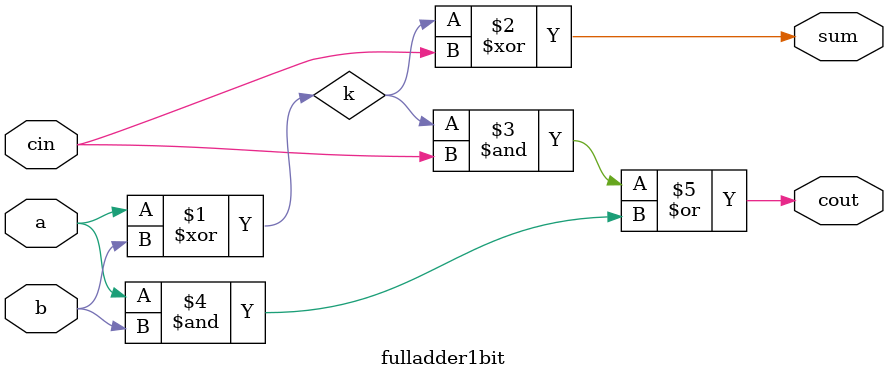
<source format=v>
module fulladder1bit(a,b,cin,sum,cout);

input a,b,cin;
output sum,cout;
wire k;
assign k=a^b;
assign sum = k^cin;
assign cout = (k&cin) | (a&b);

endmodule   

</source>
